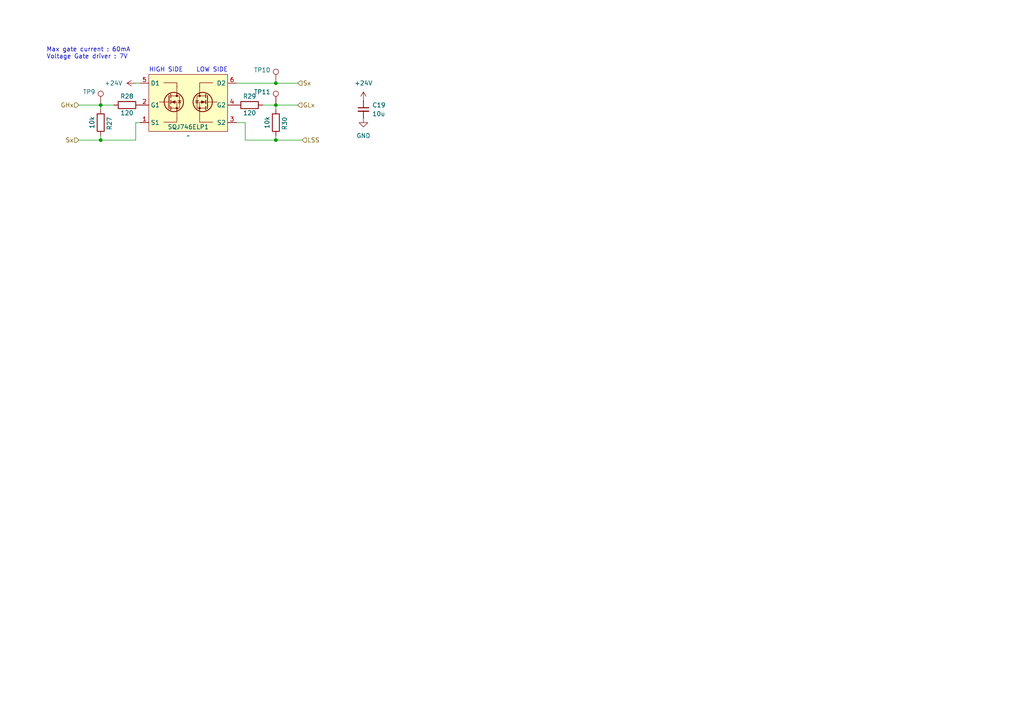
<source format=kicad_sch>
(kicad_sch (version 20250114) (generator "eeschema") (generator_version "9.0")
  (paper "A4")
  (lib_symbols
    (symbol "Connector:TestPoint" (pin_numbers (hide yes)) (pin_names (offset 0.762) (hide yes))
      (property "Reference" "TP" (at 0 6.858 0))
      (property "Value" "TestPoint" (at 0 5.08 0))
      (symbol "TestPoint_0_1"
        (circle (center 0 3.302) (radius 0.762))
      )
      (symbol "TestPoint_1_1"
        (pin passive line (at 0 0 90) (length 2.54) (name "1") (number "1"))
      )
    )
    (symbol "Custom:SQJ746ELP"
      (property "Reference" "SQJ746ELP3" (at 0 -7.62 0))
      (property "Value" "~" (at 0 -10.16 0))
      (symbol "SQJ746ELP_0_1"
        (polyline (pts (xy -5.588 1.524) (xy -5.588 -2.286)) (stroke (width 0.254)))
        (polyline (pts (xy -5.588 -0.381) (xy -8.382 -0.381)))
        (polyline (pts (xy -5.08 1.905) (xy -5.08 0.889)) (stroke (width 0.254)))
        (polyline (pts (xy -5.08 0.127) (xy -5.08 -0.889)) (stroke (width 0.254)))
        (polyline (pts (xy -5.08 -1.651) (xy -5.08 -2.667)) (stroke (width 0.254)))
        (polyline (pts (xy -5.08 -2.159) (xy -2.54 -2.159) (xy -2.54 1.397) (xy -5.08 1.397)))
        (polyline (pts (xy -4.826 -0.381) (xy -3.81 0) (xy -3.81 -0.762) (xy -4.826 -0.381)) (fill (type outline)))
        (circle (center -4.191 -0.381) (radius 2.794) (stroke (width 0.254)))
        (polyline (pts (xy -3.302 2.159) (xy -3.302 1.397)))
        (circle (center -3.302 1.397) (radius 0.254) (fill (type outline)))
        (polyline (pts (xy -3.302 1.397) (xy -3.302 4.191)))
        (circle (center -3.302 -2.159) (radius 0.254) (fill (type outline)))
        (polyline (pts (xy -3.302 -2.921) (xy -3.302 -0.381) (xy -5.08 -0.381)))
        (polyline (pts (xy -3.302 -4.953) (xy -3.302 -2.159)))
        (polyline (pts (xy -3.048 0.127) (xy -2.921 0) (xy -2.159 0) (xy -2.032 -0.127)))
        (polyline (pts (xy -2.54 0) (xy -2.921 -0.635) (xy -2.159 -0.635) (xy -2.54 0)))
        (polyline (pts (xy 2.54 0) (xy 2.921 -0.635) (xy 2.159 -0.635) (xy 2.54 0)))
        (polyline (pts (xy 3.048 0.127) (xy 2.921 0) (xy 2.159 0) (xy 2.032 -0.127)))
        (polyline (pts (xy 3.302 2.159) (xy 3.302 1.397)))
        (polyline (pts (xy 3.302 1.397) (xy 3.302 4.191)))
        (circle (center 3.302 1.397) (radius 0.254) (fill (type outline)))
        (circle (center 3.302 -2.159) (radius 0.254) (fill (type outline)))
        (polyline (pts (xy 3.302 -2.921) (xy 3.302 -0.381) (xy 5.08 -0.381)))
        (polyline (pts (xy 3.302 -4.953) (xy 3.302 -2.159)))
        (circle (center 4.191 -0.381) (radius 2.794) (stroke (width 0.254)))
        (polyline (pts (xy 4.826 -0.381) (xy 3.81 0) (xy 3.81 -0.762) (xy 4.826 -0.381)) (fill (type outline)))
        (polyline (pts (xy 5.08 1.905) (xy 5.08 0.889)) (stroke (width 0.254)))
        (polyline (pts (xy 5.08 0.127) (xy 5.08 -0.889)) (stroke (width 0.254)))
        (polyline (pts (xy 5.08 -1.651) (xy 5.08 -2.667)) (stroke (width 0.254)))
        (polyline (pts (xy 5.08 -2.159) (xy 2.54 -2.159) (xy 2.54 1.397) (xy 5.08 1.397)))
        (polyline (pts (xy 5.588 1.524) (xy 5.588 -2.286)) (stroke (width 0.254)))
        (polyline (pts (xy 5.588 -0.381) (xy 8.382 -0.381)))
      )
      (symbol "SQJ746ELP_1_1"
        (rectangle (start -11.43 7.62) (end 11.43 -8.89) (fill (type background)))
        (polyline (pts (xy -3.302 3.937) (xy -3.302 5.207) (xy -7.112 5.207)))
        (polyline (pts (xy -3.302 -4.953) (xy -3.302 -6.223) (xy -7.112 -6.223)))
        (polyline (pts (xy 3.302 3.937) (xy 3.302 5.207) (xy 7.112 5.207)))
        (polyline (pts (xy 3.302 -4.953) (xy 3.302 -6.223) (xy 7.112 -6.223)))
        (pin input line (at -13.97 5.08 0) (length 2.54) (name "D2") (number "6"))
        (pin input line (at -13.97 -1.27 0) (length 2.54) (name "G2") (number "4"))
        (pin output line (at -13.97 -6.35 0) (length 2.54) (name "S2") (number "3"))
        (pin input line (at 13.97 5.08 180) (length 2.54) (name "D1") (number "5"))
        (pin input line (at 13.97 -1.27 180) (length 2.54) (name "G1") (number "2"))
        (pin output line (at 13.97 -6.35 180) (length 2.54) (name "S1") (number "1"))
      )
    )
    (symbol "Device:C_Small" (pin_numbers (hide yes)) (pin_names (offset 0.254) (hide yes))
      (property "Reference" "C" (at 0.254 1.778 0))
      (property "Value" "C_Small" (at 0.254 -2.032 0))
      (symbol "C_Small_0_1"
        (polyline (pts (xy -1.524 0.508) (xy 1.524 0.508)) (stroke (width 0.3048)))
        (polyline (pts (xy -1.524 -0.508) (xy 1.524 -0.508)) (stroke (width 0.3302)))
      )
      (symbol "C_Small_1_1"
        (pin passive line (at 0 2.54 270) (length 2.032) (name "~") (number "1"))
        (pin passive line (at 0 -2.54 90) (length 2.032) (name "~") (number "2"))
      )
    )
    (symbol "Device:R" (pin_numbers (hide yes)) (pin_names (offset 0))
      (property "Reference" "R" (at 2.032 0 90))
      (property "Value" "R" (at 0 0 90))
      (symbol "R_0_1"
        (rectangle (start -1.016 -2.54) (end 1.016 2.54) (stroke (width 0.254)))
      )
      (symbol "R_1_1"
        (pin passive line (at 0 3.81 270) (length 1.27) (name "~") (number "1"))
        (pin passive line (at 0 -3.81 90) (length 1.27) (name "~") (number "2"))
      )
    )
    (symbol "power:+24V" (power) (pin_numbers (hide yes)) (pin_names (offset 0) (hide yes))
      (property "Value" "+24V" (at 0 3.556 0))
      (symbol "+24V_0_1"
        (polyline (pts (xy -0.762 1.27) (xy 0 2.54)))
        (polyline (pts (xy 0 2.54) (xy 0.762 1.27)))
        (polyline (pts (xy 0 0) (xy 0 2.54)))
      )
      (symbol "+24V_1_1"
        (pin power_in line (at 0 0 90) (length 0) (name "~") (number "1"))
      )
    )
    (symbol "power:GND" (power) (pin_numbers (hide yes)) (pin_names (offset 0) (hide yes))
      (property "Value" "GND" (at 0 -3.81 0))
      (symbol "GND_0_1"
        (polyline (pts (xy 0 0) (xy 0 -1.27) (xy 1.27 -1.27) (xy 0 -2.54) (xy -1.27 -1.27) (xy 0 -1.27)))
      )
      (symbol "GND_1_1"
        (pin power_in line (at 0 0 270) (length 0) (name "~") (number "1"))
      )
    )
  )
  (text "HIGH SIDE" (at 43.18 20.32 0) (effects (font (size 1.27 1.27)) (justify left)))
  (text "LOW SIDE" (at 56.896 20.32 0) (effects (font (size 1.27 1.27)) (justify left)))
  (text "Max gate current : 60mA\nVoltage Gate driver : 7V" (at 13.462 15.494 0) (effects (font (size 1.27 1.27)) (justify left)))
  (junction (at 80.01 24.13))
  (junction (at 80.01 30.48))
  (junction (at 80.01 40.64))
  (junction (at 29.21 30.48))
  (junction (at 29.21 40.64))
  (wire (pts (xy 29.21 30.48) (xy 29.21 31.75)))
  (wire (pts (xy 80.01 40.64) (xy 87.63 40.64)))
  (wire (pts (xy 71.12 35.56) (xy 68.58 35.56)))
  (wire (pts (xy 39.37 35.56) (xy 39.37 40.64)))
  (wire (pts (xy 39.37 40.64) (xy 29.21 40.64)))
  (wire (pts (xy 80.01 31.75) (xy 80.01 30.48)))
  (wire (pts (xy 22.86 30.48) (xy 29.21 30.48)))
  (wire (pts (xy 76.2 30.48) (xy 80.01 30.48)))
  (wire (pts (xy 80.01 39.37) (xy 80.01 40.64)))
  (wire (pts (xy 80.01 24.13) (xy 86.36 24.13)))
  (wire (pts (xy 71.12 40.64) (xy 80.01 40.64)))
  (wire (pts (xy 29.21 39.37) (xy 29.21 40.64)))
  (wire (pts (xy 68.58 24.13) (xy 80.01 24.13)))
  (wire (pts (xy 40.64 35.56) (xy 39.37 35.56)))
  (wire (pts (xy 22.86 40.64) (xy 29.21 40.64)))
  (wire (pts (xy 80.01 30.48) (xy 86.36 30.48)))
  (wire (pts (xy 71.12 40.64) (xy 71.12 35.56)))
  (wire (pts (xy 33.02 30.48) (xy 29.21 30.48)))
  (wire (pts (xy 40.64 24.13) (xy 39.37 24.13)))
  (hierarchical_label "GHx" (shape input) (at 22.86 30.48 180))
  (hierarchical_label "Sx" (shape input) (at 86.36 24.13 0))
  (hierarchical_label "GLx" (shape input) (at 86.36 30.48 0))
  (hierarchical_label "Sx" (shape input) (at 22.86 40.64 180))
  (hierarchical_label "LSS" (shape input) (at 87.63 40.64 0))
  (symbol (lib_id "Device:R") (at 36.83 30.48 90) (unit 1)
    (property "Reference" "R28" (at 36.83 27.94 90))
    (property "Value" "120" (at 36.83 32.766 90))
    (property "Footprint" "Resistor_SMD:R_1210_3225Metric" (effects (hide yes)))
    (property "Description" "Resistor" (effects (hide yes)))
    (instances (project "Motor_driver" (path "" (reference "R28") (unit 1)) (path "" (reference "R36") (unit 1)) (path "" (reference "R32") (unit 1))))
  )
  (symbol (lib_id "Device:C_Small") (at 105.41 31.75 0) (unit 1)
    (property "Reference" "C19" (at 107.95 30.4862 0) (effects (justify left)))
    (property "Value" "10u" (at 107.95 33.0262 0) (effects (justify left)))
    (property "Footprint" "Capacitor_SMD:C_2220_5750Metric" (effects (hide yes)))
    (property "Datasheet" "https://www.we-online.com/components/products/datasheet/885012214001.pdf" (effects (hide yes)))
    (property "Description" "Unpolarized capacitor, small symbol" (effects (hide yes)))
    (property "MPN" "885012214001" (effects (hide yes)))
    (property "Vmax" "100V" (effects (hide yes)))
    (instances (project "Motor_driver" (path "" (reference "C19") (unit 1)) (path "" (reference "C21") (unit 1)) (path "" (reference "C20") (unit 1))))
  )
  (symbol (lib_id "Connector:TestPoint") (at 29.21 30.48 0) (mirror y) (unit 1)
    (property "Reference" "TP9" (at 27.686 26.67 0) (effects (justify left)))
    (property "Value" "GATE C" (effects (hide yes)))
    (property "Footprint" "TestPoint:TestPoint_Pad_D1.0mm" (effects (hide yes)))
    (property "Description" "test point" (effects (hide yes)))
    (instances (project "Motor_driver" (path "" (reference "TP9") (unit 1)) (path "" (reference "TP15") (unit 1)) (path "" (reference "TP12") (unit 1))))
  )
  (symbol (lib_id "power:+24V") (at 105.41 29.21 0) (unit 1)
    (property "Reference" "#PWR061" (effects (hide yes)))
    (property "Value" "+24V" (at 105.41 24.13 0))
    (property "Description" "Power symbol creates a global label with name \"+24V\"" (effects (hide yes)))
    (instances (project "Motor_driver" (path "" (reference "#PWR061") (unit 1)) (path "" (reference "#PWR067") (unit 1)) (path "" (reference "#PWR064") (unit 1))))
  )
  (symbol (lib_id "Connector:TestPoint") (at 80.01 30.48 0) (mirror y) (unit 1)
    (property "Reference" "TP11" (at 78.486 26.67 0) (effects (justify left)))
    (property "Value" "GATE C" (effects (hide yes)))
    (property "Footprint" "TestPoint:TestPoint_Pad_D1.0mm" (effects (hide yes)))
    (property "Description" "test point" (effects (hide yes)))
    (instances (project "Motor_driver" (path "" (reference "TP11") (unit 1)) (path "" (reference "TP17") (unit 1)) (path "" (reference "TP14") (unit 1))))
  )
  (symbol (lib_id "Custom:SQJ746ELP") (at 54.61 29.21 0) (mirror y) (unit 1)
    (property "Reference" "SQJ746ELP1" (at 54.61 36.83 0))
    (property "Value" "~" (at 54.61 39.37 0))
    (property "Footprint" "Package_SO:PowerPAK_SO-8_Dual" (effects (hide yes)))
    (property "Datasheet" "https://www.vishay.com/docs/62293/sqj746elp.pdf" (effects (hide yes)))
    (instances (project "Motor_driver" (path "" (reference "SQJ746ELP1") (unit 1)) (path "" (reference "SQJ746ELP3") (unit 1)) (path "" (reference "SQJ746ELP2") (unit 1))))
  )
  (symbol (lib_id "Device:R") (at 72.39 30.48 90) (unit 1)
    (property "Reference" "R29" (at 72.39 27.94 90))
    (property "Value" "120" (at 72.39 32.766 90))
    (property "Footprint" "Resistor_SMD:R_1210_3225Metric" (effects (hide yes)))
    (property "Description" "Resistor" (effects (hide yes)))
    (instances (project "Motor_driver" (path "" (reference "R29") (unit 1)) (path "" (reference "R37") (unit 1)) (path "" (reference "R33") (unit 1))))
  )
  (symbol (lib_id "Device:R") (at 80.01 35.56 0) (unit 1)
    (property "Reference" "R30" (at 82.55 35.814 90))
    (property "Value" "10k" (at 77.47 35.56 90))
    (property "Footprint" "Resistor_SMD:R_0402_1005Metric" (effects (hide yes)))
    (property "Description" "Resistor" (effects (hide yes)))
    (instances (project "Motor_driver" (path "" (reference "R30") (unit 1)) (path "" (reference "R38") (unit 1)) (path "" (reference "R34") (unit 1))))
  )
  (symbol (lib_id "power:GND") (at 105.41 34.29 0) (unit 1)
    (property "Reference" "#PWR062" (effects (hide yes)))
    (property "Value" "GND" (at 105.41 39.37 0))
    (property "Description" "Power symbol creates a global label with name \"GND\" , ground" (effects (hide yes)))
    (instances (project "Motor_driver" (path "" (reference "#PWR062") (unit 1)) (path "" (reference "#PWR068") (unit 1)) (path "" (reference "#PWR065") (unit 1))))
  )
  (symbol (lib_id "Connector:TestPoint") (at 80.01 24.13 0) (mirror y) (unit 1)
    (property "Reference" "TP10" (at 78.486 20.32 0) (effects (justify left)))
    (property "Value" "GATE C" (effects (hide yes)))
    (property "Footprint" "TestPoint:TestPoint_Pad_D1.0mm" (effects (hide yes)))
    (property "Description" "test point" (effects (hide yes)))
    (instances (project "Motor_driver" (path "" (reference "TP10") (unit 1)) (path "" (reference "TP16") (unit 1)) (path "" (reference "TP13") (unit 1))))
  )
  (symbol (lib_id "Device:R") (at 29.21 35.56 0) (unit 1)
    (property "Reference" "R27" (at 31.75 35.814 90))
    (property "Value" "10k" (at 26.67 35.56 90))
    (property "Footprint" "Resistor_SMD:R_0402_1005Metric" (effects (hide yes)))
    (property "Description" "Resistor" (effects (hide yes)))
    (instances (project "Motor_driver" (path "" (reference "R27") (unit 1)) (path "" (reference "R35") (unit 1)) (path "" (reference "R31") (unit 1))))
  )
  (symbol (lib_id "power:+24V") (at 39.37 24.13 90) (unit 1)
    (property "Reference" "#PWR060" (effects (hide yes)))
    (property "Value" "+24V" (at 35.56 24.1299 90) (effects (justify left)))
    (property "Description" "Power symbol creates a global label with name \"+24V\"" (effects (hide yes)))
    (instances (project "Motor_driver" (path "" (reference "#PWR060") (unit 1)) (path "" (reference "#PWR066") (unit 1)) (path "" (reference "#PWR063") (unit 1))))
  )
)
</source>
